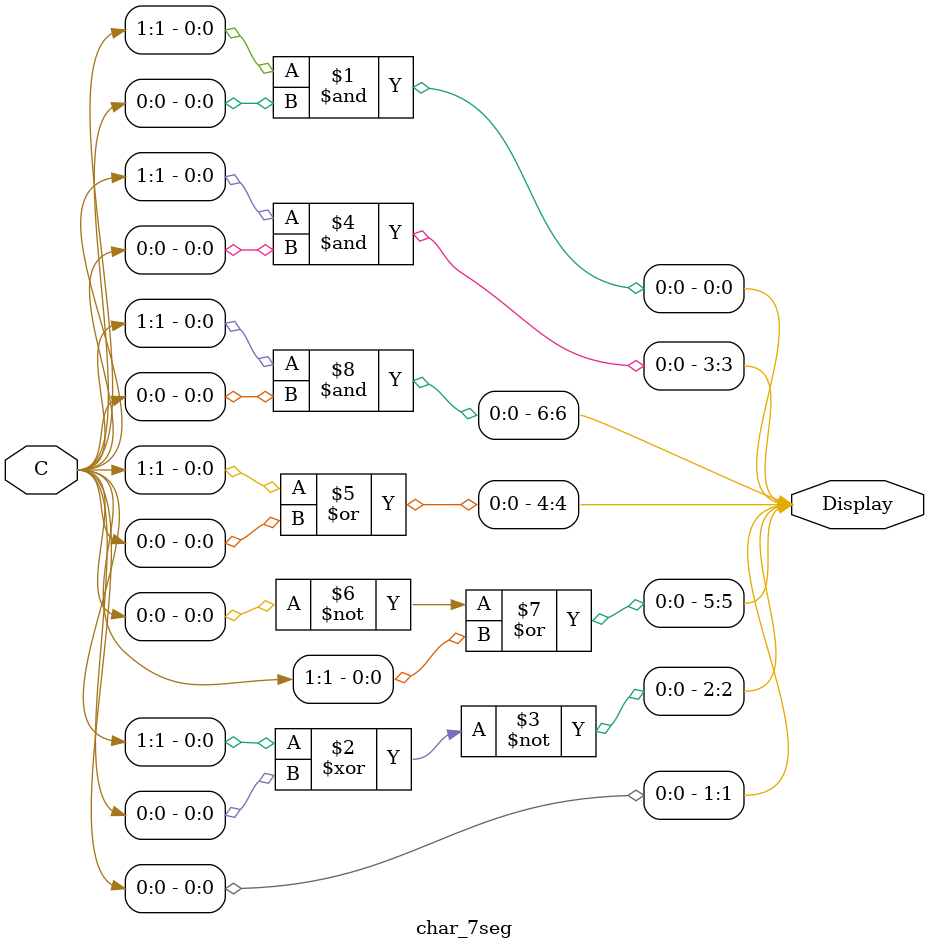
<source format=v>

module pattern_display(SW, LEDR, HEX0);
	//initializing inputs, outputs, variables
	input [9:0] SW; 
	output [9:0] LEDR; 
	output [6:0] HEX0; 
	wire [1:0] M0;

	//calling muliplexer to determine which case to display
	mux_2bit_3to1 U0 (SW[9:8], SW[5:4], SW[3:2], SW[1:0], M0);
	//displaying the first digit on HEX0
	char_7seg H0 (M0, HEX0);
	mux_2bit_3to1 U1 (SW[9:8], SW[1:0], SW[5:4], SW[3:2], M1);
	//displaying the second digit on HEX1
	char_7seg H1 (M1, HEX0);
	mux_2bit_3to1 U2 (SW[9:8], SW[3:2], SW[1:0], SW[5:4], M2);
	//displaying the last digit on HEX2
	char_7seg H2 (M2, HEX0);
endmodule

//multiplexer module which determines which case of the pattern to display
module mux_2bit_3to1 (S, U, V, W, M);
	input [1:0] S, U, V, W;
	output [1:0] M;
	assign M[0] = (~S[1] & ~S[0] & U[0])|(S[1] & ~S[0]&V[0]) | (S[0] & ~S[1] & W[0]);
	assign M[1] = (~S[1] & ~S[0] & U[1])|(S[1] & ~S[0]&V[1]) | (S[0] & ~S[1] & W[1]);
endmodule

//7 segment decoder: depending on what the multiplexer inputs into the decoder, the display should show the appropriate number associated
module char_7seg (C, Display);
	input [1:0] C; 
	output [6:0] Display;
	//assignment of diplay bits begin--based on logic functions of each bit of the HEX display
	assign Display[0]=C[1]&C[0];
	assign Display[1]=C[0];
	assign Display[2]=~(C[1]^C[0]);
	assign Display[3]=C[1]&C[0];
	assign Display[4]=C[1]|C[0];
	assign Display[5]=(~C[0])|C[1];
	assign Display[6]=C[1]&C[0];
endmodule
</source>
